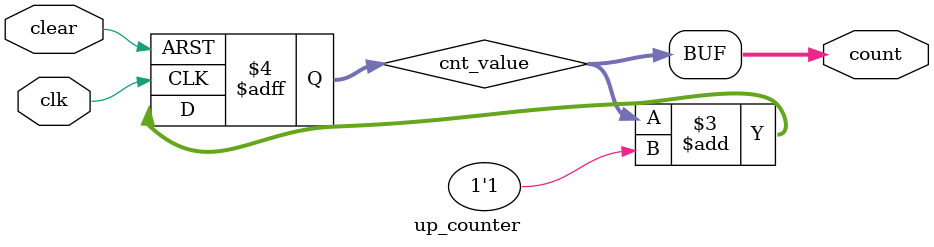
<source format=sv>
module up_counter  
    #(parameter WIDTH=4)  
    ( 
        input logic clk,
        input logic clear, 
        output logic[WIDTH-1:0] count
    );

    logic[WIDTH-1:0] cnt_value; 
  
    always @(posedge clk or posedge clear) begin
        if (clear == 1)
            cnt_value = {WIDTH{1'b0}};
        else 
            cnt_value = cnt_value + 1'b1;
    end

    assign count = cnt_value;

endmodule: up_counter  
</source>
